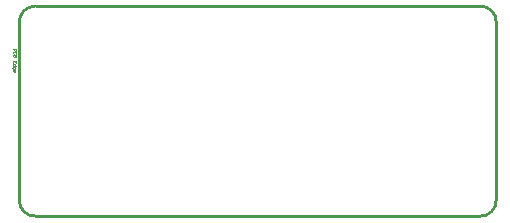
<source format=gm1>
G04*
G04 #@! TF.GenerationSoftware,Altium Limited,Altium Designer,20.0.2 (26)*
G04*
G04 Layer_Color=16711935*
%FSLAX25Y25*%
%MOIN*%
G70*
G01*
G75*
%ADD15C,0.00394*%
%ADD59C,0.01000*%
%ADD60C,0.00118*%
D15*
X344870Y281236D02*
Y328480D01*
D59*
X345000Y275000D02*
G03*
X350500Y269500I5250J-250D01*
G01*
Y339500D02*
G03*
X345000Y334000I-250J-5250D01*
G01*
X498500Y269500D02*
G03*
X504000Y275000I250J5250D01*
G01*
Y334000D02*
G03*
X498500Y339500I-5250J250D01*
G01*
X350500Y269500D02*
X498500D01*
X350500Y339500D02*
X498500D01*
X504000Y275000D02*
Y334000D01*
X345000Y275000D02*
Y334000D01*
D60*
X343010Y325223D02*
X343993D01*
Y324731D01*
X343830Y324567D01*
X343502D01*
X343338Y324731D01*
Y325223D01*
X343830Y323583D02*
X343993Y323747D01*
Y324075D01*
X343830Y324239D01*
X343174D01*
X343010Y324075D01*
Y323747D01*
X343174Y323583D01*
X343993Y323255D02*
X343010D01*
Y322763D01*
X343174Y322599D01*
X343338D01*
X343502Y322763D01*
Y323255D01*
Y322763D01*
X343666Y322599D01*
X343830D01*
X343993Y322763D01*
Y323255D01*
Y320631D02*
Y321287D01*
X343010D01*
Y320631D01*
X343502Y321287D02*
Y320959D01*
X343993Y319647D02*
X343010D01*
Y320139D01*
X343174Y320303D01*
X343502D01*
X343666Y320139D01*
Y319647D01*
X342682Y318991D02*
Y318827D01*
X342846Y318663D01*
X343666D01*
Y319155D01*
X343502Y319319D01*
X343174D01*
X343010Y319155D01*
Y318663D01*
Y317843D02*
Y318171D01*
X343174Y318335D01*
X343502D01*
X343666Y318171D01*
Y317843D01*
X343502Y317679D01*
X343338D01*
Y318335D01*
M02*

</source>
